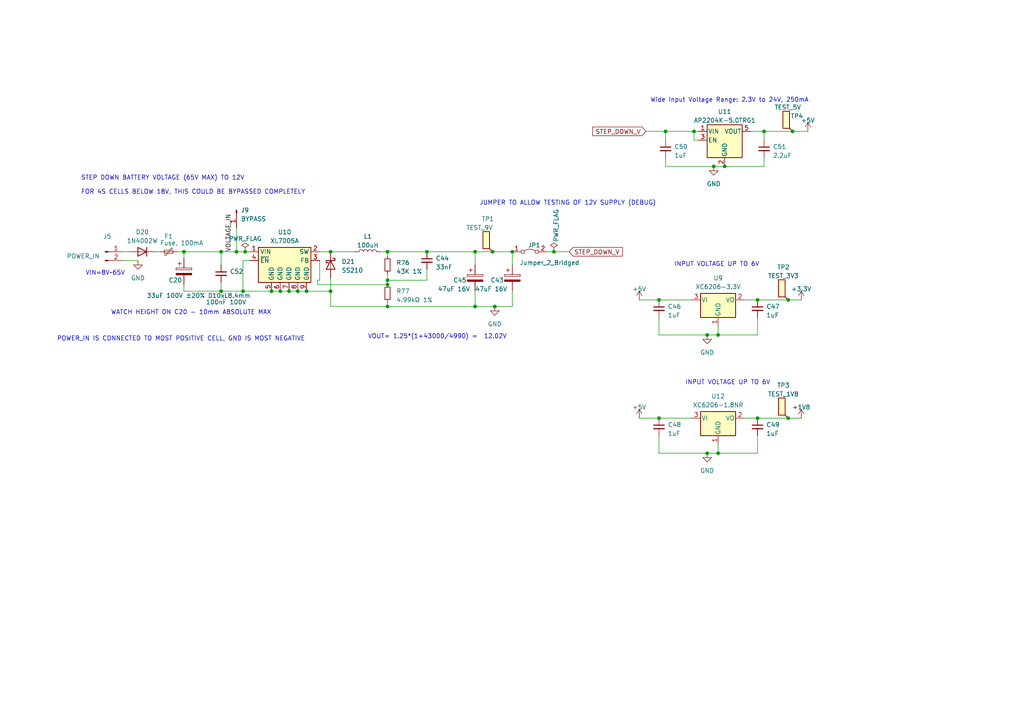
<source format=kicad_sch>
(kicad_sch (version 20230121) (generator eeschema)
  (paper "A4")
  (lib_symbols
    (symbol "Connector:Conn_01x01_Pin" (pin_names (offset 1.016) hide)
      (property "Reference" "J" (at 0 2.54 0))
      (property "Value" "Conn_01x01_Pin" (at 0 -2.54 0))
      (symbol "Conn_01x01_Pin_1_1"
        (polyline (pts (xy 1.27 0) (xy 0.8636 0)) (stroke (width 0.1524)))
        (rectangle (start 0.8636 0.127) (end 0 -0.127) (stroke (width 0.1524)) (fill (type outline)))
        (pin passive line (at 5.08 0 180) (length 3.81) (name "Pin_1") (number "1"))
      )
    )
    (symbol "Connector:Conn_01x02_Pin" (pin_names (offset 1.016) hide)
      (property "Reference" "J" (at 0 2.54 0))
      (property "Value" "Conn_01x02_Pin" (at 0 -5.08 0))
      (symbol "Conn_01x02_Pin_1_1"
        (polyline (pts (xy 1.27 -2.54) (xy 0.8636 -2.54)) (stroke (width 0.1524)))
        (polyline (pts (xy 1.27 0) (xy 0.8636 0)) (stroke (width 0.1524)))
        (rectangle (start 0.8636 -2.413) (end 0 -2.667) (stroke (width 0.1524)) (fill (type outline)))
        (rectangle (start 0.8636 0.127) (end 0 -0.127) (stroke (width 0.1524)) (fill (type outline)))
        (pin passive line (at 5.08 0 180) (length 3.81) (name "Pin_1") (number "1"))
        (pin passive line (at 5.08 -2.54 180) (length 3.81) (name "Pin_2") (number "2"))
      )
    )
    (symbol "Connector:TestPoint_Flag" (pin_numbers hide) (pin_names (offset 0.762) hide)
      (property "Reference" "TP" (at 3.429 1.778 0))
      (property "Value" "TestPoint_Flag" (at 3.302 4.191 0))
      (symbol "TestPoint_Flag_0_1"
        (polyline (pts (xy 0 0) (xy 0.889 0.889)) (stroke (width 0.254)))
        (rectangle (start 0.889 2.794) (end 5.842 0.889) (stroke (width 0.254)) (fill (type background)))
      )
      (symbol "TestPoint_Flag_1_1"
        (pin passive line (at 0 0 90) (length 0) (name "1") (number "1"))
      )
    )
    (symbol "Device:C_Polarized" (pin_numbers hide) (pin_names (offset 0.254))
      (property "Reference" "C" (at 0.635 2.54 0))
      (property "Value" "C_Polarized" (at 0.635 -2.54 0))
      (symbol "C_Polarized_0_1"
        (rectangle (start -2.286 0.508) (end 2.286 1.016))
        (polyline (pts (xy -1.778 2.286) (xy -0.762 2.286)))
        (polyline (pts (xy -1.27 2.794) (xy -1.27 1.778)))
        (rectangle (start 2.286 -0.508) (end -2.286 -1.016) (fill (type outline)))
      )
      (symbol "C_Polarized_1_1"
        (pin passive line (at 0 3.81 270) (length 2.794) (name "~") (number "1"))
        (pin passive line (at 0 -3.81 90) (length 2.794) (name "~") (number "2"))
      )
    )
    (symbol "Device:C_Small" (pin_numbers hide) (pin_names (offset 0.254) hide)
      (property "Reference" "C" (at 0.254 1.778 0))
      (property "Value" "C_Small" (at 0.254 -2.032 0))
      (symbol "C_Small_0_1"
        (polyline (pts (xy -1.524 -0.508) (xy 1.524 -0.508)) (stroke (width 0.3302)))
        (polyline (pts (xy -1.524 0.508) (xy 1.524 0.508)) (stroke (width 0.3048)))
      )
      (symbol "C_Small_1_1"
        (pin passive line (at 0 2.54 270) (length 2.032) (name "~") (number "1"))
        (pin passive line (at 0 -2.54 90) (length 2.032) (name "~") (number "2"))
      )
    )
    (symbol "Device:D_Schottky" (pin_numbers hide) (pin_names (offset 1.016) hide)
      (property "Reference" "D" (at 0 2.54 0))
      (property "Value" "D_Schottky" (at 0 -2.54 0))
      (symbol "D_Schottky_0_1"
        (polyline (pts (xy 1.27 0) (xy -1.27 0)))
        (polyline (pts (xy 1.27 1.27) (xy 1.27 -1.27) (xy -1.27 0) (xy 1.27 1.27)) (stroke (width 0.254)))
        (polyline (pts (xy -1.905 0.635) (xy -1.905 1.27) (xy -1.27 1.27) (xy -1.27 -1.27) (xy -0.635 -1.27) (xy -0.635 -0.635)) (stroke (width 0.254)))
      )
      (symbol "D_Schottky_1_1"
        (pin passive line (at -3.81 0 0) (length 2.54) (name "K") (number "1"))
        (pin passive line (at 3.81 0 180) (length 2.54) (name "A") (number "2"))
      )
    )
    (symbol "Device:L" (pin_numbers hide) (pin_names (offset 1.016) hide)
      (property "Reference" "L" (at -1.27 0 90))
      (property "Value" "L" (at 1.905 0 90))
      (symbol "L_0_1"
        (arc (start 0 -2.54) (mid 0.6323 -1.905) (end 0 -1.27))
        (arc (start 0 -1.27) (mid 0.6323 -0.635) (end 0 0))
        (arc (start 0 0) (mid 0.6323 0.635) (end 0 1.27))
        (arc (start 0 1.27) (mid 0.6323 1.905) (end 0 2.54))
      )
      (symbol "L_1_1"
        (pin passive line (at 0 3.81 270) (length 1.27) (name "1") (number "1"))
        (pin passive line (at 0 -3.81 90) (length 1.27) (name "2") (number "2"))
      )
    )
    (symbol "Device:Polyfuse_Small" (pin_numbers hide) (pin_names (offset 0))
      (property "Reference" "F" (at -1.905 0 90))
      (property "Value" "Polyfuse_Small" (at 1.905 0 90))
      (symbol "Polyfuse_Small_0_1"
        (rectangle (start -0.508 1.27) (end 0.508 -1.27))
        (polyline (pts (xy 0 2.54) (xy 0 -2.54)))
        (polyline (pts (xy -1.016 1.27) (xy -1.016 0.762) (xy 1.016 -0.762) (xy 1.016 -1.27)))
      )
      (symbol "Polyfuse_Small_1_1"
        (pin passive line (at 0 2.54 270) (length 0.635) (name "~") (number "1"))
        (pin passive line (at 0 -2.54 90) (length 0.635) (name "~") (number "2"))
      )
    )
    (symbol "Device:R_Small" (pin_numbers hide) (pin_names (offset 0.254) hide)
      (property "Reference" "R" (at 0.762 0.508 0))
      (property "Value" "R_Small" (at 0.762 -1.016 0))
      (symbol "R_Small_0_1"
        (rectangle (start -0.762 1.778) (end 0.762 -1.778) (stroke (width 0.2032)))
      )
      (symbol "R_Small_1_1"
        (pin passive line (at 0 2.54 270) (length 0.762) (name "~") (number "1"))
        (pin passive line (at 0 -2.54 90) (length 0.762) (name "~") (number "2"))
      )
    )
    (symbol "Diode:1N4007" (pin_numbers hide) (pin_names hide)
      (property "Reference" "D" (at 0 2.54 0))
      (property "Value" "1N4007" (at 0 -2.54 0))
      (symbol "1N4007_0_1"
        (polyline (pts (xy -1.27 1.27) (xy -1.27 -1.27)) (stroke (width 0.254)))
        (polyline (pts (xy 1.27 0) (xy -1.27 0)))
        (polyline (pts (xy 1.27 1.27) (xy 1.27 -1.27) (xy -1.27 0) (xy 1.27 1.27)) (stroke (width 0.254)))
      )
      (symbol "1N4007_1_1"
        (pin passive line (at -3.81 0 0) (length 2.54) (name "K") (number "1"))
        (pin passive line (at 3.81 0 180) (length 2.54) (name "A") (number "2"))
      )
    )
    (symbol "Jumper:Jumper_2_Bridged" (pin_names (offset 0) hide)
      (property "Reference" "JP" (at 0 1.905 0))
      (property "Value" "Jumper_2_Bridged" (at 0 -2.54 0))
      (symbol "Jumper_2_Bridged_0_0"
        (circle (center -2.032 0) (radius 0.508))
        (circle (center 2.032 0) (radius 0.508))
      )
      (symbol "Jumper_2_Bridged_0_1"
        (arc (start 1.524 0.254) (mid 0 0.762) (end -1.524 0.254))
      )
      (symbol "Jumper_2_Bridged_1_1"
        (pin passive line (at -5.08 0 0) (length 2.54) (name "A") (number "1"))
        (pin passive line (at 5.08 0 180) (length 2.54) (name "B") (number "2"))
      )
    )
    (symbol "Regulator_Linear:AP2204K-5.0" (pin_names (offset 0.254))
      (property "Reference" "U" (at -5.08 5.715 0))
      (property "Value" "AP2204K-5.0" (at 0 5.715 0))
      (symbol "AP2204K-5.0_0_1"
        (rectangle (start -5.08 4.445) (end 5.08 -5.08) (stroke (width 0.254)) (fill (type background)))
      )
      (symbol "AP2204K-5.0_1_1"
        (pin power_in line (at -7.62 2.54 0) (length 2.54) (name "VIN") (number "1"))
        (pin power_in line (at 0 -7.62 90) (length 2.54) (name "GND") (number "2"))
        (pin input line (at -7.62 0 0) (length 2.54) (name "EN") (number "3"))
        (pin no_connect line (at 5.08 0 180) (length 2.54) hide (name "NC") (number "4"))
        (pin power_out line (at 7.62 2.54 180) (length 2.54) (name "VOUT") (number "5"))
      )
    )
    (symbol "Regulator_Linear:XC6206PxxxMR" (pin_names (offset 0.254))
      (property "Reference" "U" (at -3.81 3.175 0))
      (property "Value" "XC6206PxxxMR" (at 0 3.175 0))
      (symbol "XC6206PxxxMR_0_1"
        (rectangle (start -5.08 1.905) (end 5.08 -5.08) (stroke (width 0.254)) (fill (type background)))
      )
      (symbol "XC6206PxxxMR_1_1"
        (pin power_in line (at 0 -7.62 90) (length 2.54) (name "GND") (number "1"))
        (pin power_out line (at 7.62 0 180) (length 2.54) (name "VO") (number "2"))
        (pin power_in line (at -7.62 0 0) (length 2.54) (name "VI") (number "3"))
      )
    )
    (symbol "XLSEMI:XL7005A"
      (property "Reference" "U" (at -7.112 6.096 0))
      (property "Value" "XL7005A" (at 5.842 6.096 0))
      (symbol "XL7005A_0_1"
        (rectangle (start -7.62 5.08) (end 7.62 -5.08) (stroke (width 0.254)) (fill (type background)))
      )
      (symbol "XL7005A_1_0"
        (pin power_in line (at 6.35 -7.62 90) (length 2.54) (name "GND") (number "9"))
      )
      (symbol "XL7005A_1_1"
        (pin power_in line (at -10.16 3.81 0) (length 2.54) (name "VIN") (number "1"))
        (pin power_out line (at 10.16 3.81 180) (length 2.54) (name "SW") (number "2"))
        (pin input line (at 10.16 1.27 180) (length 2.54) (name "FB") (number "3"))
        (pin input line (at -10.16 1.27 0) (length 2.54) (name "~{EN}") (number "4"))
        (pin power_in line (at -3.81 -7.62 90) (length 2.54) (name "GND") (number "5"))
        (pin power_in line (at -1.27 -7.62 90) (length 2.54) (name "GND") (number "6"))
        (pin power_in line (at 1.27 -7.62 90) (length 2.54) (name "GND") (number "7"))
        (pin power_in line (at 3.81 -7.62 90) (length 2.54) (name "GND") (number "8"))
      )
    )
    (symbol "power:+1V8" (power) (pin_names (offset 0))
      (property "Value" "+1V8" (at 0 3.556 0))
      (symbol "+1V8_0_1"
        (polyline (pts (xy -0.762 1.27) (xy 0 2.54)))
        (polyline (pts (xy 0 0) (xy 0 2.54)))
        (polyline (pts (xy 0 2.54) (xy 0.762 1.27)))
      )
      (symbol "+1V8_1_1"
        (pin power_in line (at 0 0 90) (length 0) hide (name "+1V8") (number "1"))
      )
    )
    (symbol "power:+3.3V" (power) (pin_names (offset 0))
      (property "Value" "+3.3V" (at 0 3.556 0))
      (symbol "+3.3V_0_1"
        (polyline (pts (xy -0.762 1.27) (xy 0 2.54)))
        (polyline (pts (xy 0 0) (xy 0 2.54)))
        (polyline (pts (xy 0 2.54) (xy 0.762 1.27)))
      )
      (symbol "+3.3V_1_1"
        (pin power_in line (at 0 0 90) (length 0) hide (name "+3.3V") (number "1"))
      )
    )
    (symbol "power:+5V" (power) (pin_names (offset 0))
      (property "Value" "+5V" (at 0 3.556 0))
      (symbol "+5V_0_1"
        (polyline (pts (xy -0.762 1.27) (xy 0 2.54)))
        (polyline (pts (xy 0 0) (xy 0 2.54)))
        (polyline (pts (xy 0 2.54) (xy 0.762 1.27)))
      )
      (symbol "+5V_1_1"
        (pin power_in line (at 0 0 90) (length 0) hide (name "+5V") (number "1"))
      )
    )
    (symbol "power:GND" (power) (pin_names (offset 0))
      (property "Value" "GND" (at 0 -3.81 0))
      (symbol "GND_0_1"
        (polyline (pts (xy 0 0) (xy 0 -1.27) (xy 1.27 -1.27) (xy 0 -2.54) (xy -1.27 -1.27) (xy 0 -1.27)))
      )
      (symbol "GND_1_1"
        (pin power_in line (at 0 0 270) (length 0) hide (name "GND") (number "1"))
      )
    )
    (symbol "power:PWR_FLAG" (power) (pin_numbers hide) (pin_names (offset 0) hide)
      (property "Value" "PWR_FLAG" (at 0 3.81 0))
      (symbol "PWR_FLAG_0_0"
        (pin power_out line (at 0 0 90) (length 0) (name "pwr") (number "1"))
      )
      (symbol "PWR_FLAG_0_1"
        (polyline (pts (xy 0 0) (xy 0 1.27) (xy -1.016 1.905) (xy 0 2.54) (xy 1.016 1.905) (xy 0 1.27)))
      )
    )
  )
  (junction (at 193.04 38.1))
  (junction (at 112.395 82.55))
  (junction (at 207.01 48.26))
  (junction (at 95.885 84.455))
  (junction (at 205.105 131.445))
  (junction (at 81.28 84.455))
  (junction (at 229.87 38.1))
  (junction (at 208.28 97.155))
  (junction (at 228.6 121.285))
  (junction (at 148.59 73.025))
  (junction (at 210.185 48.26))
  (junction (at 64.135 73.025))
  (junction (at 208.28 131.445))
  (junction (at 64.135 84.455))
  (junction (at 205.105 97.155))
  (junction (at 112.395 81.28))
  (junction (at 70.485 84.455))
  (junction (at 78.74 84.455))
  (junction (at 201.295 38.1))
  (junction (at 88.9 84.455))
  (junction (at 191.135 121.285))
  (junction (at 219.71 121.285))
  (junction (at 71.12 73.025))
  (junction (at 68.58 73.025))
  (junction (at 53.34 73.025))
  (junction (at 143.51 88.9))
  (junction (at 137.795 88.9))
  (junction (at 112.395 88.9))
  (junction (at 123.825 73.025))
  (junction (at 228.6 86.995))
  (junction (at 142.875 73.025))
  (junction (at 95.885 73.025))
  (junction (at 137.795 73.025))
  (junction (at 221.615 38.1))
  (junction (at 83.82 84.455))
  (junction (at 112.395 73.025))
  (junction (at 160.655 73.025))
  (junction (at 219.71 86.995))
  (junction (at 191.135 86.995))
  (junction (at 86.36 84.455))
  (wire (pts (xy 70.485 84.455) (xy 78.74 84.455)))
  (wire (pts (xy 191.135 126.365) (xy 191.135 131.445)))
  (wire (pts (xy 219.71 97.155) (xy 219.71 92.075)))
  (wire (pts (xy 191.135 131.445) (xy 205.105 131.445)))
  (wire (pts (xy 112.395 73.025) (xy 123.825 73.025)))
  (wire (pts (xy 88.9 84.455) (xy 95.885 84.455)))
  (wire (pts (xy 205.105 97.155) (xy 208.28 97.155)))
  (wire (pts (xy 68.58 73.025) (xy 71.12 73.025)))
  (wire (pts (xy 53.34 84.455) (xy 64.135 84.455)))
  (wire (pts (xy 137.795 88.9) (xy 143.51 88.9)))
  (wire (pts (xy 221.615 40.64) (xy 221.615 38.1)))
  (wire (pts (xy 92.71 81.28) (xy 92.71 75.565)))
  (wire (pts (xy 123.825 81.28) (xy 123.825 78.105)))
  (wire (pts (xy 95.885 73.025) (xy 102.87 73.025)))
  (wire (pts (xy 35.56 73.025) (xy 37.465 73.025)))
  (wire (pts (xy 228.6 121.285) (xy 232.41 121.285)))
  (wire (pts (xy 112.395 79.375) (xy 112.395 81.28)))
  (wire (pts (xy 208.28 97.155) (xy 219.71 97.155)))
  (wire (pts (xy 210.185 48.26) (xy 221.615 48.26)))
  (wire (pts (xy 92.075 81.28) (xy 92.075 82.55)))
  (wire (pts (xy 191.135 86.995) (xy 200.66 86.995)))
  (wire (pts (xy 53.34 82.55) (xy 53.34 84.455)))
  (wire (pts (xy 83.82 84.455) (xy 86.36 84.455)))
  (wire (pts (xy 191.135 92.075) (xy 191.135 97.155)))
  (wire (pts (xy 45.085 73.025) (xy 46.355 73.025)))
  (wire (pts (xy 148.59 88.9) (xy 148.59 84.455)))
  (wire (pts (xy 221.615 48.26) (xy 221.615 45.72)))
  (wire (pts (xy 95.885 84.455) (xy 95.885 88.9)))
  (wire (pts (xy 35.56 75.565) (xy 40.005 75.565)))
  (wire (pts (xy 205.105 131.445) (xy 208.28 131.445)))
  (wire (pts (xy 215.9 121.285) (xy 219.71 121.285)))
  (wire (pts (xy 64.135 73.025) (xy 64.135 76.835)))
  (wire (pts (xy 193.04 45.72) (xy 193.04 48.26)))
  (wire (pts (xy 229.87 38.1) (xy 234.315 38.1)))
  (wire (pts (xy 78.74 84.455) (xy 81.28 84.455)))
  (wire (pts (xy 208.28 131.445) (xy 219.71 131.445)))
  (wire (pts (xy 92.075 81.28) (xy 92.71 81.28)))
  (wire (pts (xy 81.28 84.455) (xy 83.82 84.455)))
  (wire (pts (xy 158.75 73.025) (xy 160.655 73.025)))
  (wire (pts (xy 207.01 48.26) (xy 210.185 48.26)))
  (wire (pts (xy 137.795 84.455) (xy 137.795 88.9)))
  (wire (pts (xy 95.885 84.455) (xy 95.885 80.645)))
  (wire (pts (xy 92.075 82.55) (xy 112.395 82.55)))
  (wire (pts (xy 148.59 73.025) (xy 148.59 76.835)))
  (wire (pts (xy 72.39 75.565) (xy 70.485 75.565)))
  (wire (pts (xy 185.42 86.995) (xy 191.135 86.995)))
  (wire (pts (xy 112.395 87.63) (xy 112.395 88.9)))
  (wire (pts (xy 71.12 73.025) (xy 72.39 73.025)))
  (wire (pts (xy 193.04 40.64) (xy 193.04 38.1)))
  (wire (pts (xy 208.28 94.615) (xy 208.28 97.155)))
  (wire (pts (xy 112.395 73.025) (xy 112.395 74.295)))
  (wire (pts (xy 137.795 73.025) (xy 137.795 76.835)))
  (wire (pts (xy 142.875 73.025) (xy 148.59 73.025)))
  (wire (pts (xy 221.615 38.1) (xy 229.87 38.1)))
  (wire (pts (xy 64.135 81.915) (xy 64.135 84.455)))
  (wire (pts (xy 160.655 73.025) (xy 165.1 73.025)))
  (wire (pts (xy 64.135 84.455) (xy 70.485 84.455)))
  (wire (pts (xy 217.805 38.1) (xy 221.615 38.1)))
  (wire (pts (xy 112.395 88.9) (xy 137.795 88.9)))
  (wire (pts (xy 123.825 73.025) (xy 137.795 73.025)))
  (wire (pts (xy 193.04 38.1) (xy 201.295 38.1)))
  (wire (pts (xy 191.135 121.285) (xy 200.66 121.285)))
  (wire (pts (xy 137.795 73.025) (xy 142.875 73.025)))
  (wire (pts (xy 219.71 131.445) (xy 219.71 126.365)))
  (wire (pts (xy 219.71 121.285) (xy 228.6 121.285)))
  (wire (pts (xy 191.135 97.155) (xy 205.105 97.155)))
  (wire (pts (xy 143.51 88.9) (xy 148.59 88.9)))
  (wire (pts (xy 110.49 73.025) (xy 112.395 73.025)))
  (wire (pts (xy 112.395 81.28) (xy 112.395 82.55)))
  (wire (pts (xy 68.58 66.04) (xy 68.58 73.025)))
  (wire (pts (xy 70.485 75.565) (xy 70.485 84.455)))
  (wire (pts (xy 228.6 86.995) (xy 232.41 86.995)))
  (wire (pts (xy 185.42 121.285) (xy 191.135 121.285)))
  (wire (pts (xy 53.34 73.025) (xy 53.34 74.93)))
  (wire (pts (xy 86.36 84.455) (xy 88.9 84.455)))
  (wire (pts (xy 201.295 38.1) (xy 202.565 38.1)))
  (wire (pts (xy 51.435 73.025) (xy 53.34 73.025)))
  (wire (pts (xy 215.9 86.995) (xy 219.71 86.995)))
  (wire (pts (xy 208.28 128.905) (xy 208.28 131.445)))
  (wire (pts (xy 201.295 40.64) (xy 201.295 38.1)))
  (wire (pts (xy 95.885 88.9) (xy 112.395 88.9)))
  (wire (pts (xy 187.325 38.1) (xy 193.04 38.1)))
  (wire (pts (xy 219.71 86.995) (xy 228.6 86.995)))
  (wire (pts (xy 92.71 73.025) (xy 95.885 73.025)))
  (wire (pts (xy 112.395 81.28) (xy 123.825 81.28)))
  (wire (pts (xy 64.135 73.025) (xy 68.58 73.025)))
  (wire (pts (xy 193.04 48.26) (xy 207.01 48.26)))
  (wire (pts (xy 53.34 73.025) (xy 64.135 73.025)))
  (wire (pts (xy 202.565 40.64) (xy 201.295 40.64)))
  (text "INPUT VOLTAGE UP TO 6V" (at 195.58 77.47 0) (effects (font (size 1.27 1.27)) (justify left bottom)))
  (text "POWER_IN IS CONNECTED TO MOST POSITIVE CELL, GND IS MOST NEGATIVE" (at 16.51 99.06 0) (effects (font (size 1.27 1.27)) (justify left bottom)))
  (text "JUMPER TO ALLOW TESTING OF 12V SUPPLY (DEBUG)" (at 139.065 59.69 0) (effects (font (size 1.27 1.27)) (justify left bottom)))
  (text "VIN=8V~65V" (at 24.765 80.01 0) (effects (font (size 1.27 1.27)) (justify left bottom)))
  (text "STEP DOWN BATTERY VOLTAGE (65V MAX) TO 12V\n\nFOR 4S CELLS BELOW 18V, THIS COULD BE BYPASSED COMPLETELY\n" (at 23.495 56.515 0) (effects (font (size 1.27 1.27)) (justify left bottom)))
  (text "INPUT VOLTAGE UP TO 6V" (at 198.755 111.76 0) (effects (font (size 1.27 1.27)) (justify left bottom)))
  (text "WATCH HEIGHT ON C20 - 10mm ABSOLUTE MAX" (at 78.74 91.44 0) (effects (font (size 1.27 1.27)) (justify right bottom)))
  (text "VOUT= 1.25*(1+43000/4990) =  12.02V" (at 106.68 98.425 0) (effects (font (size 1.27 1.27)) (justify left bottom)))
  (text "Wide Input Voltage Range: 2.3V to 24V, 250mA" (at 188.595 29.845 0) (effects (font (size 1.27 1.27)) (justify left bottom)))
  (label "VOLTAGE_IN" (at 67.31 73.025 90))
  (global_label "STEP_DOWN_V" (shape input) (at 187.325 38.1 180) (property "Intersheetrefs" "${INTERSHEET_REFS}" (effects hide)))
  (global_label "STEP_DOWN_V" (shape input) (at 165.1 73.025 0) (property "Intersheetrefs" "${INTERSHEET_REFS}" (effects hide)))
  (symbol (lib_id "Device:C_Small") (at 123.825 75.565 0) (unit 1)
    (property "Reference" "C44" (at 126.365 74.9363 0) (effects (justify left)))
    (property "Value" "33nF" (at 126.365 77.4763 0) (effects (justify left)))
    (property "Footprint" "Capacitor_SMD:C_0603_1608Metric" (effects hide))
    (property "PartNumber" "CC0603KRX7R8BB333" (effects hide))
    (property "LCSCStockCode" "C113810" (effects hide))
  )
  (symbol (lib_id "power:+3.3V") (at 232.41 86.995 0) (unit 1)
    (property "Reference" "#PWR063" (effects hide))
    (property "Value" "+3.3V" (at 232.41 83.82 0))
  )
  (symbol (lib_id "Device:C_Small") (at 219.71 89.535 0) (unit 1)
    (property "Reference" "C47" (at 222.25 88.9063 0) (effects (justify left)))
    (property "Value" "1uF" (at 222.25 91.4463 0) (effects (justify left)))
    (property "Footprint" "Capacitor_SMD:C_0805_2012Metric" (effects hide))
    (property "PartNumber" "CL21B105KBFNNNE" (effects hide))
    (property "LCSCStockCode" "C28323" (effects hide))
  )
  (symbol (lib_id "Device:C_Small") (at 219.71 123.825 0) (unit 1)
    (property "Reference" "C49" (at 222.25 123.1963 0) (effects (justify left)))
    (property "Value" "1uF" (at 222.25 125.7363 0) (effects (justify left)))
    (property "Footprint" "Capacitor_SMD:C_0805_2012Metric" (effects hide))
    (property "PartNumber" "CL21B105KBFNNNE" (effects hide))
    (property "LCSCStockCode" "C28323" (effects hide))
  )
  (symbol (lib_id "Connector:TestPoint_Flag") (at 229.87 38.1 90) (unit 1)
    (property "Reference" "TP4" (at 231.14 33.655 90))
    (property "Value" "TEST_5V" (at 228.473 31.115 90))
    (property "Footprint" "TestPoint:TestPoint_Pad_1.5x1.5mm" (effects hide))
  )
  (symbol (lib_id "Device:C_Polarized") (at 148.59 80.645 0) (unit 1)
    (property "Reference" "C43" (at 142.24 81.28 0) (effects (justify left)))
    (property "Value" "47uF 16V" (at 137.795 83.82 0) (effects (justify left)))
    (property "Footprint" "Capacitor_SMD:CP_Elec_5x5.4" (effects hide))
    (property "PartNumber" "RVT1C470M0505" (effects hide))
    (property "LCSCStockCode" "C3337" (effects hide))
  )
  (symbol (lib_id "Device:C_Small") (at 221.615 43.18 0) (unit 1)
    (property "Reference" "C51" (at 224.155 42.5513 0) (effects (justify left)))
    (property "Value" "2.2uF" (at 224.155 45.0913 0) (effects (justify left)))
    (property "Footprint" "Capacitor_SMD:C_0603_1608Metric" (effects hide))
    (property "PartNumber" "CL10A225KO8NNNC" (effects hide))
    (property "LCSCStockCode" "C23630" (effects hide))
  )
  (symbol (lib_id "Diode:1N4007") (at 41.275 73.025 180) (unit 1)
    (property "Reference" "D20" (at 41.275 67.31 0))
    (property "Value" "1N4002W" (at 41.275 69.85 0))
    (property "Footprint" "Diode_SMD:D_SOD-123F" (effects hide))
    (property "Datasheet" "https://datasheet.lcsc.com/lcsc/1810091230_Shandong-Jingdao-Microelectronics-1N4002W_C169542.pdf" (effects hide))
    (property "PartNumber" "1N4002W" (effects hide))
    (property "LCSCStockCode" "C169542" (effects hide))
  )
  (symbol (lib_id "power:+1V8") (at 232.41 121.285 0) (unit 1)
    (property "Reference" "#PWR067" (effects hide))
    (property "Value" "+1V8" (at 232.41 118.11 0))
  )
  (symbol (lib_id "Regulator_Linear:XC6206PxxxMR") (at 208.28 121.285 0) (unit 1)
    (property "Reference" "U12" (at 208.28 114.935 0))
    (property "Value" "XC6206-1.8NR" (at 208.28 117.475 0))
    (property "Footprint" "Package_TO_SOT_SMD:SOT-23-3" (effects hide))
    (property "Datasheet" "https://www.torexsemi.com/file/xc6206/XC6206.pdf" (effects hide))
    (property "PartNumber" "XC6206-1.8NR" (effects hide))
    (property "LCSCStockCode" "C2984870" (effects hide))
  )
  (symbol (lib_id "Device:R_Small") (at 112.395 85.09 0) (unit 1)
    (property "Reference" "R77" (at 114.935 84.455 0) (effects (justify left)))
    (property "Value" "4.99kΩ 1%" (at 114.935 86.995 0) (effects (justify left)))
    (property "Footprint" "Resistor_SMD:R_0603_1608Metric" (effects hide))
    (property "PartNumber" "0603WAF4991T5E" (effects hide))
    (property "LCSCStockCode" "C23046" (effects hide))
  )
  (symbol (lib_id "power:GND") (at 205.105 131.445 0) (unit 1)
    (property "Reference" "#PWR065" (effects hide))
    (property "Value" "GND" (at 205.105 136.525 0))
  )
  (symbol (lib_id "power:GND") (at 205.105 97.155 0) (unit 1)
    (property "Reference" "#PWR062" (effects hide))
    (property "Value" "GND" (at 205.105 102.235 0))
  )
  (symbol (lib_id "Connector:TestPoint_Flag") (at 228.6 86.995 90) (unit 1)
    (property "Reference" "TP2" (at 227.203 77.47 90))
    (property "Value" "TEST_3V3" (at 227.203 80.01 90))
    (property "Footprint" "TestPoint:TestPoint_Pad_1.5x1.5mm" (effects hide))
  )
  (symbol (lib_id "Device:C_Small") (at 64.135 79.375 0) (unit 1)
    (property "Reference" "C52" (at 66.675 78.7463 0) (effects (justify left)))
    (property "Value" "100nF 100V" (at 59.69 87.63 0) (effects (justify left)))
    (property "Footprint" "Capacitor_SMD:C_0805_2012Metric" (effects hide))
    (property "PartNumber" "CL21B104KCFNNNE" (effects hide))
    (property "LCSCStockCode" "C28233" (effects hide))
  )
  (symbol (lib_id "Jumper:Jumper_2_Bridged") (at 153.67 73.025 0) (unit 1)
    (property "Reference" "JP1" (at 154.94 71.12 0))
    (property "Value" "Jumper_2_Bridged" (at 159.385 76.2 0))
    (property "Footprint" "Connector_PinHeader_2.54mm:PinHeader_1x02_P2.54mm_Vertical" (effects hide))
    (property "PartNumber" "DZ254R-11-02-63" (effects hide))
    (property "LCSCStockCode" "C2935908" (effects hide))
  )
  (symbol (lib_id "power:GND") (at 207.01 48.26 0) (unit 1)
    (property "Reference" "#PWR069" (effects hide))
    (property "Value" "GND" (at 207.01 53.34 0))
  )
  (symbol (lib_id "power:PWR_FLAG") (at 71.12 73.025 0) (unit 1)
    (property "Reference" "#FLG01" (effects hide))
    (property "Value" "PWR_FLAG" (at 71.12 69.215 0))
  )
  (symbol (lib_id "Regulator_Linear:XC6206PxxxMR") (at 208.28 86.995 0) (unit 1)
    (property "Reference" "U9" (at 208.28 80.645 0))
    (property "Value" "XC6206-3.3V" (at 208.28 83.185 0))
    (property "Footprint" "Package_TO_SOT_SMD:SOT-23-3" (effects hide))
    (property "Datasheet" "https://www.torexsemi.com/file/xc6206/XC6206.pdf" (effects hide))
    (property "PartNumber" "XC6206-3.3V" (effects hide))
    (property "LCSCStockCode" "C2891841" (effects hide))
  )
  (symbol (lib_id "XLSEMI:XL7005A") (at 82.55 76.835 0) (unit 1)
    (property "Reference" "U10" (at 82.55 67.31 0))
    (property "Value" "XL7005A" (at 82.55 69.85 0))
    (property "Footprint" "Package_SO:SOIC-8-1EP_3.9x4.9mm_P1.27mm_EP2.29x3mm" (effects hide))
    (property "Datasheet" "https://datasheet.lcsc.com/lcsc/1811081614_XLSEMI-XL7005A_C50848.pdf" (effects hide))
    (property "PartNumber" "XL7005A" (effects hide))
    (property "LCSCStockCode" "C50848" (effects hide))
  )
  (symbol (lib_id "Device:C_Small") (at 191.135 123.825 0) (unit 1)
    (property "Reference" "C48" (at 193.675 123.1963 0) (effects (justify left)))
    (property "Value" "1uF" (at 193.675 125.7363 0) (effects (justify left)))
    (property "Footprint" "Capacitor_SMD:C_0805_2012Metric" (effects hide))
    (property "PartNumber" "CL21B105KBFNNNE" (effects hide))
    (property "LCSCStockCode" "C28323" (effects hide))
  )
  (symbol (lib_id "Connector:Conn_01x01_Pin") (at 68.58 60.96 270) (unit 1) (in_bom no)
    (property "Reference" "J9" (at 69.85 60.96 90) (effects (justify left)))
    (property "Value" "BYPASS" (at 69.85 63.5 90) (effects (justify left)))
    (property "Footprint" "Connector_PinSocket_2.54mm:PinSocket_1x01_P2.54mm_Vertical" (effects hide))
  )
  (symbol (lib_id "power:GND") (at 40.005 75.565 0) (unit 1)
    (property "Reference" "#PWR066" (effects hide))
    (property "Value" "GND" (at 40.005 80.645 0))
  )
  (symbol (lib_id "Device:R_Small") (at 112.395 76.835 0) (unit 1)
    (property "Reference" "R76" (at 114.935 76.2 0) (effects (justify left)))
    (property "Value" "43K 1%" (at 114.935 78.74 0) (effects (justify left)))
    (property "Footprint" "Resistor_SMD:R_0603_1608Metric" (effects hide))
    (property "PartNumber" "0603WAF4302T5E" (effects hide))
    (property "LCSCStockCode" "C23172" (effects hide))
  )
  (symbol (lib_id "Device:D_Schottky") (at 95.885 76.835 270) (unit 1)
    (property "Reference" "D21" (at 99.06 75.8825 90) (effects (justify left)))
    (property "Value" "SS210" (at 99.06 78.4225 90) (effects (justify left)))
    (property "Footprint" "Diode_SMD:D_SMA" (effects hide))
    (property "PartNumber" "SS210" (effects hide))
    (property "LCSCStockCode" "C432298" (effects hide))
  )
  (symbol (lib_id "Device:C_Polarized") (at 137.795 80.645 0) (unit 1)
    (property "Reference" "C45" (at 131.445 81.28 0) (effects (justify left)))
    (property "Value" "47uF 16V" (at 127 83.82 0) (effects (justify left)))
    (property "Footprint" "Capacitor_SMD:CP_Elec_5x5.4" (effects hide))
    (property "PartNumber" "RVT1C470M0505" (effects hide))
    (property "LCSCStockCode" "C3337" (effects hide))
  )
  (symbol (lib_id "power:+5V") (at 234.315 38.1 0) (unit 1)
    (property "Reference" "#PWR068" (effects hide))
    (property "Value" "+5V" (at 234.315 34.925 0))
  )
  (symbol (lib_id "Connector:Conn_01x02_Pin") (at 30.48 73.025 0) (unit 1)
    (property "Reference" "J5" (at 31.115 68.58 0))
    (property "Value" "POWER_IN" (at 24.13 74.295 0))
    (property "Footprint" "Connector_Phoenix_MC:PhoenixContact_MC_1,5_2-G-3.81_1x02_P3.81mm_Horizontal" (effects hide))
    (property "PartNumber" "WJ15EDGRC-3.81-2P" (effects hide))
    (property "LCSCStockCode" "C8387" (effects hide))
  )
  (symbol (lib_id "Connector:TestPoint_Flag") (at 228.6 121.285 90) (unit 1)
    (property "Reference" "TP3" (at 227.203 111.76 90))
    (property "Value" "TEST_1V8" (at 227.203 114.3 90))
    (property "Footprint" "TestPoint:TestPoint_Pad_1.5x1.5mm" (effects hide))
  )
  (symbol (lib_id "power:+5V") (at 185.42 86.995 0) (unit 1)
    (property "Reference" "#PWR061" (effects hide))
    (property "Value" "+5V" (at 185.42 83.82 0))
  )
  (symbol (lib_id "Device:C_Small") (at 193.04 43.18 0) (unit 1)
    (property "Reference" "C50" (at 195.58 42.5513 0) (effects (justify left)))
    (property "Value" "1uF" (at 195.58 45.0913 0) (effects (justify left)))
    (property "Footprint" "Capacitor_SMD:C_0805_2012Metric" (effects hide))
    (property "PartNumber" "CL21B105KBFNNNE" (effects hide))
    (property "LCSCStockCode" "C28323" (effects hide))
  )
  (symbol (lib_id "Device:C_Polarized") (at 53.34 78.74 0) (unit 1)
    (property "Reference" "C20" (at 48.895 81.28 0) (effects (justify left)))
    (property "Value" "33uF 100V ±20% D10xL8.4mm" (at 42.545 85.725 0) (effects (justify left)))
    (property "Footprint" "Capacitor_SMD:CP_Elec_10x7.9" (effects hide))
    (property "PartNumber" "VK7E0842A330MV" (effects hide))
    (property "LCSCStockCode" "C486954" (effects hide))
  )
  (symbol (lib_id "Regulator_Linear:AP2204K-5.0") (at 210.185 40.64 0) (unit 1)
    (property "Reference" "U11" (at 210.185 32.385 0))
    (property "Value" "AP2204K-5.0TRG1" (at 210.185 34.925 0))
    (property "Footprint" "Package_TO_SOT_SMD:SOT-23-5" (effects hide))
    (property "Datasheet" "https://datasheet.lcsc.com/lcsc/1808291041_Diodes-Incorporated-AP2204K-5-0TRG1_C112031.pdf" (effects hide))
    (property "PartNumber" "AP2204K-5.0TRG1" (effects hide))
    (property "LCSCStockCode" "C112031" (effects hide))
  )
  (symbol (lib_id "Device:C_Small") (at 191.135 89.535 0) (unit 1)
    (property "Reference" "C46" (at 193.675 88.9063 0) (effects (justify left)))
    (property "Value" "1uF" (at 193.675 91.4463 0) (effects (justify left)))
    (property "Footprint" "Capacitor_SMD:C_0805_2012Metric" (effects hide))
    (property "PartNumber" "CL21B105KBFNNNE" (effects hide))
    (property "LCSCStockCode" "C28323" (effects hide))
  )
  (symbol (lib_id "power:+5V") (at 185.42 121.285 0) (unit 1)
    (property "Reference" "#PWR064" (effects hide))
    (property "Value" "+5V" (at 185.42 118.11 0))
  )
  (symbol (lib_id "power:PWR_FLAG") (at 160.655 73.025 0) (unit 1)
    (property "Reference" "#FLG03" (effects hide))
    (property "Value" "PWR_FLAG" (at 161.29 65.405 90))
    (instances (project "Module_16S" (path "" (reference "#FLG03") (unit 1)) (path "" (reference "#FLG04") (unit 1))))
  )
  (symbol (lib_id "Device:L") (at 106.68 73.025 90) (unit 1)
    (property "Reference" "L1" (at 106.68 68.58 90))
    (property "Value" "100uH" (at 106.68 71.12 90))
    (property "Footprint" "COILMX:MS1040-101M" (effects hide))
    (property "PartNumber" "MS1040-101M" (effects hide))
    (property "LCSCStockCode" "C380060" (effects hide))
  )
  (symbol (lib_id "Device:Polyfuse_Small") (at 48.895 73.025 90) (unit 1)
    (property "Reference" "F1" (at 48.895 68.58 90))
    (property "Value" "Fuse, 100mA" (at 52.705 70.485 90))
    (property "Footprint" "Fuse:Fuse_Bourns_MF-RHT100" (effects hide))
    (property "Datasheet" "https://datasheet.lcsc.com/lcsc/2210311730_Shenzhen-Jinkaisheng-Elec-JK250-100U_C5183882.pdf" (effects hide))
    (property "PartNumber" "JK250-100U" (effects hide))
    (property "LCSCStockCode" "C5183882" (effects hide))
  )
  (symbol (lib_id "Connector:TestPoint_Flag") (at 142.875 73.025 90) (unit 1)
    (property "Reference" "TP1" (at 141.478 63.5 90))
    (property "Value" "TEST_9V" (at 139.065 66.04 90))
    (property "Footprint" "TestPoint:TestPoint_Pad_1.5x1.5mm" (effects hide))
  )
  (symbol (lib_id "power:GND") (at 143.51 88.9 0) (unit 1)
    (property "Reference" "#PWR059" (effects hide))
    (property "Value" "GND" (at 143.51 93.98 0))
  )
)
</source>
